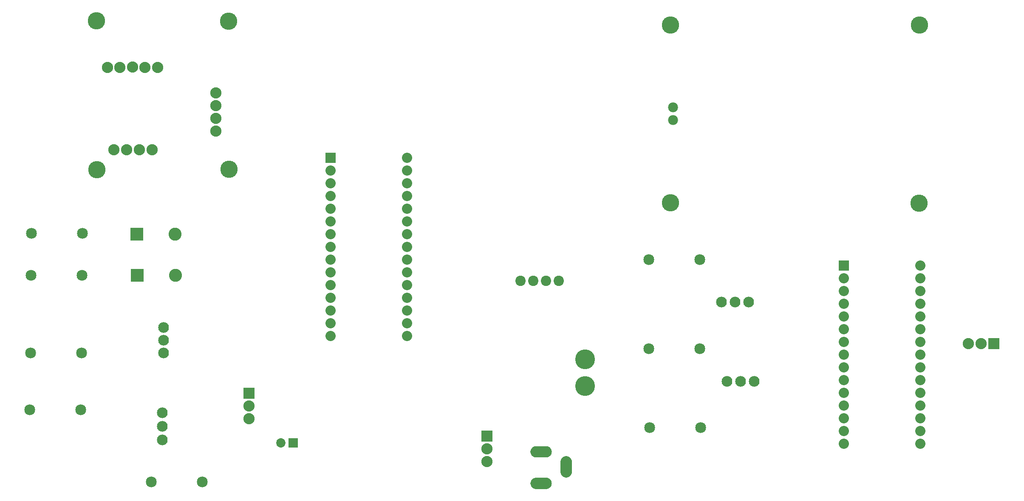
<source format=gbs>
G04 MADE WITH FRITZING*
G04 WWW.FRITZING.ORG*
G04 DOUBLE SIDED*
G04 HOLES PLATED*
G04 CONTOUR ON CENTER OF CONTOUR VECTOR*
%ASAXBY*%
%FSLAX23Y23*%
%MOIN*%
%OFA0B0*%
%SFA1.0B1.0*%
%ADD10C,0.155600*%
%ADD11C,0.088000*%
%ADD12C,0.102000*%
%ADD13C,0.080000*%
%ADD14C,0.085000*%
%ADD15C,0.084000*%
%ADD16C,0.081195*%
%ADD17C,0.077639*%
%ADD18C,0.088740*%
%ADD19C,0.135984*%
%ADD20C,0.072992*%
%ADD21R,0.088000X0.088000*%
%ADD22R,0.102000X0.102000*%
%ADD23R,0.079972X0.080000*%
%ADD24R,0.072992X0.072992*%
%ADD25R,0.001000X0.001000*%
%LNMASK0*%
G90*
G70*
G54D10*
X4538Y953D03*
X4538Y1163D03*
G54D11*
X7747Y1286D03*
X7647Y1286D03*
X7547Y1286D03*
X7747Y1286D03*
X7647Y1286D03*
X7547Y1286D03*
G54D12*
X1025Y1821D03*
X1325Y1821D03*
X1022Y2145D03*
X1322Y2145D03*
G54D13*
X6569Y1899D03*
X6569Y1799D03*
X6569Y1699D03*
X6569Y1599D03*
X6569Y1499D03*
X6569Y1399D03*
X6569Y1299D03*
X6569Y1199D03*
X6569Y1099D03*
X6569Y999D03*
X6569Y899D03*
X6569Y799D03*
X6569Y699D03*
X6569Y599D03*
X6569Y499D03*
X7169Y1899D03*
X7169Y1799D03*
X7169Y1699D03*
X7169Y1599D03*
X7169Y1499D03*
X7169Y1399D03*
X7169Y1299D03*
X7169Y1199D03*
X7169Y1099D03*
X7169Y999D03*
X7169Y899D03*
X7169Y799D03*
X7169Y699D03*
X7169Y599D03*
X7169Y499D03*
X2541Y2745D03*
X2541Y2645D03*
X2541Y2545D03*
X2541Y2445D03*
X2541Y2345D03*
X2541Y2245D03*
X2541Y2145D03*
X2541Y2045D03*
X2541Y1945D03*
X2541Y1845D03*
X2541Y1745D03*
X2541Y1645D03*
X2541Y1545D03*
X2541Y1445D03*
X2541Y1345D03*
X3141Y2745D03*
X3141Y2645D03*
X3141Y2545D03*
X3141Y2445D03*
X3141Y2345D03*
X3141Y2245D03*
X3141Y2145D03*
X3141Y2045D03*
X3141Y1945D03*
X3141Y1845D03*
X3141Y1745D03*
X3141Y1645D03*
X3141Y1545D03*
X3141Y1445D03*
X3141Y1345D03*
G54D14*
X183Y764D03*
X583Y764D03*
X193Y1821D03*
X593Y1821D03*
X196Y2153D03*
X596Y2153D03*
X189Y1212D03*
X589Y1212D03*
X5040Y1247D03*
X5440Y1247D03*
X5045Y626D03*
X5445Y626D03*
X5038Y1944D03*
X5438Y1944D03*
X1136Y199D03*
X1536Y199D03*
G54D15*
X5865Y988D03*
X5758Y988D03*
X5651Y988D03*
X5823Y1611D03*
X5716Y1611D03*
X5609Y1611D03*
X1221Y742D03*
X1221Y635D03*
X1221Y528D03*
X1233Y1411D03*
X1233Y1311D03*
X1233Y1211D03*
G54D11*
X1904Y896D03*
X1904Y796D03*
X1904Y696D03*
X843Y2808D03*
X943Y2808D03*
X1043Y2808D03*
X1143Y2808D03*
X1642Y2957D03*
X1642Y3057D03*
X1642Y3157D03*
X1642Y3257D03*
X791Y3457D03*
X889Y3457D03*
X988Y3458D03*
X1086Y3457D03*
X1185Y3457D03*
X3769Y560D03*
X3769Y460D03*
X3769Y360D03*
G54D16*
X4032Y1778D03*
X4131Y1778D03*
X4231Y1778D03*
X4331Y1778D03*
G54D17*
X5230Y3043D03*
X5230Y3143D03*
G54D18*
X4194Y435D03*
X4194Y187D03*
X4391Y317D03*
G54D19*
X1747Y2654D03*
X708Y2652D03*
X706Y3823D03*
X7161Y3789D03*
X1744Y3819D03*
X5208Y3790D03*
X7158Y2390D03*
X5209Y2392D03*
G54D20*
X2250Y507D03*
X2151Y507D03*
G54D21*
X7747Y1286D03*
X7747Y1286D03*
G54D22*
X1025Y1821D03*
X1022Y2145D03*
G54D23*
X6569Y1899D03*
X2541Y2745D03*
G54D21*
X1904Y896D03*
X3769Y560D03*
G54D24*
X2250Y507D03*
G54D25*
X4149Y479D02*
X4239Y479D01*
X4145Y478D02*
X4244Y478D01*
X4141Y477D02*
X4248Y477D01*
X4138Y476D02*
X4250Y476D01*
X4136Y475D02*
X4252Y475D01*
X4134Y474D02*
X4254Y474D01*
X4133Y473D02*
X4256Y473D01*
X4131Y472D02*
X4258Y472D01*
X4130Y471D02*
X4259Y471D01*
X4128Y470D02*
X4261Y470D01*
X4127Y469D02*
X4262Y469D01*
X4126Y468D02*
X4263Y468D01*
X4125Y467D02*
X4264Y467D01*
X4124Y466D02*
X4265Y466D01*
X4123Y465D02*
X4266Y465D01*
X4122Y464D02*
X4267Y464D01*
X4121Y463D02*
X4268Y463D01*
X4120Y462D02*
X4268Y462D01*
X4120Y461D02*
X4269Y461D01*
X4119Y460D02*
X4270Y460D01*
X4118Y459D02*
X4271Y459D01*
X4118Y458D02*
X4271Y458D01*
X4117Y457D02*
X4272Y457D01*
X4116Y456D02*
X4272Y456D01*
X4116Y455D02*
X4273Y455D01*
X4116Y454D02*
X4273Y454D01*
X4115Y453D02*
X4274Y453D01*
X4115Y452D02*
X4274Y452D01*
X4114Y451D02*
X4275Y451D01*
X4114Y450D02*
X4275Y450D01*
X4113Y449D02*
X4189Y449D01*
X4200Y449D02*
X4275Y449D01*
X4113Y448D02*
X4187Y448D01*
X4202Y448D02*
X4276Y448D01*
X4113Y447D02*
X4185Y447D01*
X4204Y447D02*
X4276Y447D01*
X4113Y446D02*
X4184Y446D01*
X4205Y446D02*
X4276Y446D01*
X4112Y445D02*
X4183Y445D01*
X4206Y445D02*
X4276Y445D01*
X4112Y444D02*
X4182Y444D01*
X4207Y444D02*
X4277Y444D01*
X4112Y443D02*
X4181Y443D01*
X4207Y443D02*
X4277Y443D01*
X4112Y442D02*
X4181Y442D01*
X4208Y442D02*
X4277Y442D01*
X4112Y441D02*
X4180Y441D01*
X4208Y441D02*
X4277Y441D01*
X4111Y440D02*
X4180Y440D01*
X4209Y440D02*
X4277Y440D01*
X4111Y439D02*
X4180Y439D01*
X4209Y439D02*
X4277Y439D01*
X4111Y438D02*
X4179Y438D01*
X4209Y438D02*
X4277Y438D01*
X4111Y437D02*
X4179Y437D01*
X4209Y437D02*
X4278Y437D01*
X4111Y436D02*
X4179Y436D01*
X4209Y436D02*
X4278Y436D01*
X4111Y435D02*
X4179Y435D01*
X4210Y435D02*
X4278Y435D01*
X4111Y434D02*
X4179Y434D01*
X4209Y434D02*
X4278Y434D01*
X4111Y433D02*
X4179Y433D01*
X4209Y433D02*
X4278Y433D01*
X4111Y432D02*
X4180Y432D01*
X4209Y432D02*
X4277Y432D01*
X4111Y431D02*
X4180Y431D01*
X4209Y431D02*
X4277Y431D01*
X4111Y430D02*
X4180Y430D01*
X4209Y430D02*
X4277Y430D01*
X4112Y429D02*
X4180Y429D01*
X4208Y429D02*
X4277Y429D01*
X4112Y428D02*
X4181Y428D01*
X4208Y428D02*
X4277Y428D01*
X4112Y427D02*
X4182Y427D01*
X4207Y427D02*
X4277Y427D01*
X4112Y426D02*
X4182Y426D01*
X4206Y426D02*
X4277Y426D01*
X4112Y425D02*
X4183Y425D01*
X4205Y425D02*
X4276Y425D01*
X4113Y424D02*
X4184Y424D01*
X4204Y424D02*
X4276Y424D01*
X4113Y423D02*
X4186Y423D01*
X4203Y423D02*
X4276Y423D01*
X4113Y422D02*
X4187Y422D01*
X4202Y422D02*
X4276Y422D01*
X4114Y421D02*
X4190Y421D01*
X4199Y421D02*
X4275Y421D01*
X4114Y420D02*
X4275Y420D01*
X4114Y419D02*
X4274Y419D01*
X4115Y418D02*
X4274Y418D01*
X4115Y417D02*
X4274Y417D01*
X4116Y416D02*
X4273Y416D01*
X4116Y415D02*
X4273Y415D01*
X4117Y414D02*
X4272Y414D01*
X4117Y413D02*
X4272Y413D01*
X4118Y412D02*
X4271Y412D01*
X4118Y411D02*
X4270Y411D01*
X4119Y410D02*
X4270Y410D01*
X4120Y409D02*
X4269Y409D01*
X4120Y408D02*
X4268Y408D01*
X4121Y407D02*
X4268Y407D01*
X4122Y406D02*
X4267Y406D01*
X4123Y405D02*
X4266Y405D01*
X4124Y404D02*
X4265Y404D01*
X4125Y403D02*
X4264Y403D01*
X4126Y402D02*
X4263Y402D01*
X4127Y401D02*
X4262Y401D01*
X4129Y400D02*
X4260Y400D01*
X4384Y400D02*
X4399Y400D01*
X4130Y399D02*
X4259Y399D01*
X4380Y399D02*
X4403Y399D01*
X4131Y398D02*
X4257Y398D01*
X4377Y398D02*
X4406Y398D01*
X4133Y397D02*
X4256Y397D01*
X4374Y397D02*
X4408Y397D01*
X4135Y396D02*
X4254Y396D01*
X4372Y396D02*
X4410Y396D01*
X4137Y395D02*
X4252Y395D01*
X4370Y395D02*
X4412Y395D01*
X4139Y394D02*
X4250Y394D01*
X4368Y394D02*
X4414Y394D01*
X4142Y393D02*
X4247Y393D01*
X4367Y393D02*
X4416Y393D01*
X4146Y392D02*
X4243Y392D01*
X4365Y392D02*
X4417Y392D01*
X4151Y391D02*
X4238Y391D01*
X4364Y391D02*
X4418Y391D01*
X4363Y390D02*
X4420Y390D01*
X4362Y389D02*
X4421Y389D01*
X4361Y388D02*
X4422Y388D01*
X4360Y387D02*
X4423Y387D01*
X4359Y386D02*
X4424Y386D01*
X4358Y385D02*
X4425Y385D01*
X4357Y384D02*
X4425Y384D01*
X4356Y383D02*
X4426Y383D01*
X4356Y382D02*
X4427Y382D01*
X4355Y381D02*
X4428Y381D01*
X4354Y380D02*
X4428Y380D01*
X4354Y379D02*
X4429Y379D01*
X4353Y378D02*
X4429Y378D01*
X4353Y377D02*
X4430Y377D01*
X4352Y376D02*
X4430Y376D01*
X4352Y375D02*
X4431Y375D01*
X4351Y374D02*
X4431Y374D01*
X4351Y373D02*
X4432Y373D01*
X4350Y372D02*
X4432Y372D01*
X4350Y371D02*
X4433Y371D01*
X4350Y370D02*
X4433Y370D01*
X4349Y369D02*
X4433Y369D01*
X4349Y368D02*
X4433Y368D01*
X4349Y367D02*
X4434Y367D01*
X4349Y366D02*
X4434Y366D01*
X4348Y365D02*
X4434Y365D01*
X4348Y364D02*
X4434Y364D01*
X4348Y363D02*
X4435Y363D01*
X4348Y362D02*
X4435Y362D01*
X4348Y361D02*
X4435Y361D01*
X4348Y360D02*
X4435Y360D01*
X4348Y359D02*
X4435Y359D01*
X4347Y358D02*
X4435Y358D01*
X4347Y357D02*
X4435Y357D01*
X4347Y356D02*
X4435Y356D01*
X4347Y355D02*
X4435Y355D01*
X4347Y354D02*
X4435Y354D01*
X4347Y353D02*
X4435Y353D01*
X4347Y352D02*
X4435Y352D01*
X4347Y351D02*
X4435Y351D01*
X4347Y350D02*
X4435Y350D01*
X4347Y349D02*
X4435Y349D01*
X4347Y348D02*
X4435Y348D01*
X4347Y347D02*
X4435Y347D01*
X4347Y346D02*
X4435Y346D01*
X4347Y345D02*
X4435Y345D01*
X4347Y344D02*
X4435Y344D01*
X4347Y343D02*
X4435Y343D01*
X4347Y342D02*
X4435Y342D01*
X4347Y341D02*
X4435Y341D01*
X4347Y340D02*
X4435Y340D01*
X4347Y339D02*
X4435Y339D01*
X4347Y338D02*
X4435Y338D01*
X4347Y337D02*
X4435Y337D01*
X4347Y336D02*
X4435Y336D01*
X4347Y335D02*
X4435Y335D01*
X4347Y334D02*
X4435Y334D01*
X4347Y333D02*
X4435Y333D01*
X4347Y332D02*
X4435Y332D01*
X4347Y331D02*
X4386Y331D01*
X4396Y331D02*
X4435Y331D01*
X4347Y330D02*
X4384Y330D01*
X4399Y330D02*
X4435Y330D01*
X4347Y329D02*
X4382Y329D01*
X4400Y329D02*
X4435Y329D01*
X4347Y328D02*
X4381Y328D01*
X4401Y328D02*
X4435Y328D01*
X4347Y327D02*
X4380Y327D01*
X4402Y327D02*
X4435Y327D01*
X4347Y326D02*
X4379Y326D01*
X4403Y326D02*
X4435Y326D01*
X4347Y325D02*
X4378Y325D01*
X4404Y325D02*
X4435Y325D01*
X4347Y324D02*
X4378Y324D01*
X4405Y324D02*
X4435Y324D01*
X4347Y323D02*
X4377Y323D01*
X4405Y323D02*
X4435Y323D01*
X4347Y322D02*
X4377Y322D01*
X4406Y322D02*
X4435Y322D01*
X4347Y321D02*
X4377Y321D01*
X4406Y321D02*
X4435Y321D01*
X4347Y320D02*
X4376Y320D01*
X4406Y320D02*
X4435Y320D01*
X4347Y319D02*
X4376Y319D01*
X4406Y319D02*
X4435Y319D01*
X4347Y318D02*
X4376Y318D01*
X4406Y318D02*
X4435Y318D01*
X4347Y317D02*
X4376Y317D01*
X4406Y317D02*
X4435Y317D01*
X4347Y316D02*
X4376Y316D01*
X4406Y316D02*
X4435Y316D01*
X4347Y315D02*
X4376Y315D01*
X4406Y315D02*
X4435Y315D01*
X4347Y314D02*
X4376Y314D01*
X4406Y314D02*
X4435Y314D01*
X4347Y313D02*
X4377Y313D01*
X4406Y313D02*
X4435Y313D01*
X4347Y312D02*
X4377Y312D01*
X4406Y312D02*
X4435Y312D01*
X4347Y311D02*
X4377Y311D01*
X4405Y311D02*
X4435Y311D01*
X4347Y310D02*
X4378Y310D01*
X4405Y310D02*
X4435Y310D01*
X4347Y309D02*
X4378Y309D01*
X4404Y309D02*
X4435Y309D01*
X4347Y308D02*
X4379Y308D01*
X4403Y308D02*
X4435Y308D01*
X4347Y307D02*
X4380Y307D01*
X4402Y307D02*
X4435Y307D01*
X4347Y306D02*
X4381Y306D01*
X4401Y306D02*
X4435Y306D01*
X4347Y305D02*
X4382Y305D01*
X4400Y305D02*
X4435Y305D01*
X4347Y304D02*
X4384Y304D01*
X4399Y304D02*
X4435Y304D01*
X4347Y303D02*
X4386Y303D01*
X4396Y303D02*
X4435Y303D01*
X4347Y302D02*
X4435Y302D01*
X4347Y301D02*
X4435Y301D01*
X4347Y300D02*
X4435Y300D01*
X4347Y299D02*
X4435Y299D01*
X4347Y298D02*
X4435Y298D01*
X4347Y297D02*
X4435Y297D01*
X4347Y296D02*
X4435Y296D01*
X4347Y295D02*
X4435Y295D01*
X4347Y294D02*
X4435Y294D01*
X4347Y293D02*
X4435Y293D01*
X4347Y292D02*
X4435Y292D01*
X4347Y291D02*
X4435Y291D01*
X4347Y290D02*
X4435Y290D01*
X4347Y289D02*
X4435Y289D01*
X4347Y288D02*
X4435Y288D01*
X4347Y287D02*
X4435Y287D01*
X4347Y286D02*
X4435Y286D01*
X4347Y285D02*
X4435Y285D01*
X4347Y284D02*
X4435Y284D01*
X4347Y283D02*
X4435Y283D01*
X4347Y282D02*
X4435Y282D01*
X4347Y281D02*
X4435Y281D01*
X4347Y280D02*
X4435Y280D01*
X4347Y279D02*
X4435Y279D01*
X4347Y278D02*
X4435Y278D01*
X4347Y277D02*
X4435Y277D01*
X4347Y276D02*
X4435Y276D01*
X4348Y275D02*
X4435Y275D01*
X4348Y274D02*
X4435Y274D01*
X4348Y273D02*
X4435Y273D01*
X4348Y272D02*
X4435Y272D01*
X4348Y271D02*
X4435Y271D01*
X4348Y270D02*
X4434Y270D01*
X4348Y269D02*
X4434Y269D01*
X4349Y268D02*
X4434Y268D01*
X4349Y267D02*
X4434Y267D01*
X4349Y266D02*
X4433Y266D01*
X4349Y265D02*
X4433Y265D01*
X4350Y264D02*
X4433Y264D01*
X4350Y263D02*
X4432Y263D01*
X4350Y262D02*
X4432Y262D01*
X4351Y261D02*
X4432Y261D01*
X4351Y260D02*
X4431Y260D01*
X4352Y259D02*
X4431Y259D01*
X4352Y258D02*
X4430Y258D01*
X4353Y257D02*
X4430Y257D01*
X4353Y256D02*
X4429Y256D01*
X4354Y255D02*
X4429Y255D01*
X4354Y254D02*
X4428Y254D01*
X4355Y253D02*
X4428Y253D01*
X4356Y252D02*
X4427Y252D01*
X4356Y251D02*
X4426Y251D01*
X4357Y250D02*
X4425Y250D01*
X4358Y249D02*
X4425Y249D01*
X4359Y248D02*
X4424Y248D01*
X4360Y247D02*
X4423Y247D01*
X4361Y246D02*
X4422Y246D01*
X4362Y245D02*
X4421Y245D01*
X4363Y244D02*
X4420Y244D01*
X4364Y243D02*
X4418Y243D01*
X4365Y242D02*
X4417Y242D01*
X4367Y241D02*
X4416Y241D01*
X4368Y240D02*
X4414Y240D01*
X4370Y239D02*
X4412Y239D01*
X4372Y238D02*
X4410Y238D01*
X4374Y237D02*
X4408Y237D01*
X4377Y236D02*
X4406Y236D01*
X4380Y235D02*
X4403Y235D01*
X4384Y234D02*
X4398Y234D01*
X4150Y231D02*
X4239Y231D01*
X4145Y230D02*
X4244Y230D01*
X4141Y229D02*
X4248Y229D01*
X4139Y228D02*
X4250Y228D01*
X4136Y227D02*
X4252Y227D01*
X4134Y226D02*
X4254Y226D01*
X4133Y225D02*
X4256Y225D01*
X4131Y224D02*
X4258Y224D01*
X4130Y223D02*
X4259Y223D01*
X4128Y222D02*
X4261Y222D01*
X4127Y221D02*
X4262Y221D01*
X4126Y220D02*
X4263Y220D01*
X4125Y219D02*
X4264Y219D01*
X4124Y218D02*
X4265Y218D01*
X4123Y217D02*
X4266Y217D01*
X4122Y216D02*
X4267Y216D01*
X4121Y215D02*
X4268Y215D01*
X4120Y214D02*
X4268Y214D01*
X4120Y213D02*
X4269Y213D01*
X4119Y212D02*
X4270Y212D01*
X4118Y211D02*
X4271Y211D01*
X4118Y210D02*
X4271Y210D01*
X4117Y209D02*
X4272Y209D01*
X4116Y208D02*
X4272Y208D01*
X4116Y207D02*
X4273Y207D01*
X4116Y206D02*
X4273Y206D01*
X4115Y205D02*
X4274Y205D01*
X4115Y204D02*
X4274Y204D01*
X4114Y203D02*
X4275Y203D01*
X4114Y202D02*
X4275Y202D01*
X4114Y201D02*
X4189Y201D01*
X4200Y201D02*
X4275Y201D01*
X4113Y200D02*
X4187Y200D01*
X4202Y200D02*
X4276Y200D01*
X4113Y199D02*
X4185Y199D01*
X4203Y199D02*
X4276Y199D01*
X4113Y198D02*
X4184Y198D01*
X4205Y198D02*
X4276Y198D01*
X4112Y197D02*
X4183Y197D01*
X4206Y197D02*
X4276Y197D01*
X4112Y196D02*
X4182Y196D01*
X4207Y196D02*
X4277Y196D01*
X4112Y195D02*
X4181Y195D01*
X4207Y195D02*
X4277Y195D01*
X4112Y194D02*
X4181Y194D01*
X4208Y194D02*
X4277Y194D01*
X4112Y193D02*
X4180Y193D01*
X4208Y193D02*
X4277Y193D01*
X4111Y192D02*
X4180Y192D01*
X4209Y192D02*
X4277Y192D01*
X4111Y191D02*
X4180Y191D01*
X4209Y191D02*
X4277Y191D01*
X4111Y190D02*
X4179Y190D01*
X4209Y190D02*
X4277Y190D01*
X4111Y189D02*
X4179Y189D01*
X4209Y189D02*
X4278Y189D01*
X4111Y188D02*
X4179Y188D01*
X4209Y188D02*
X4278Y188D01*
X4111Y187D02*
X4179Y187D01*
X4210Y187D02*
X4278Y187D01*
X4111Y186D02*
X4179Y186D01*
X4209Y186D02*
X4278Y186D01*
X4111Y185D02*
X4179Y185D01*
X4209Y185D02*
X4278Y185D01*
X4111Y184D02*
X4180Y184D01*
X4209Y184D02*
X4277Y184D01*
X4111Y183D02*
X4180Y183D01*
X4209Y183D02*
X4277Y183D01*
X4111Y182D02*
X4180Y182D01*
X4209Y182D02*
X4277Y182D01*
X4112Y181D02*
X4180Y181D01*
X4208Y181D02*
X4277Y181D01*
X4112Y180D02*
X4181Y180D01*
X4208Y180D02*
X4277Y180D01*
X4112Y179D02*
X4182Y179D01*
X4207Y179D02*
X4277Y179D01*
X4112Y178D02*
X4182Y178D01*
X4206Y178D02*
X4277Y178D01*
X4112Y177D02*
X4183Y177D01*
X4205Y177D02*
X4276Y177D01*
X4113Y176D02*
X4184Y176D01*
X4204Y176D02*
X4276Y176D01*
X4113Y175D02*
X4186Y175D01*
X4203Y175D02*
X4276Y175D01*
X4113Y174D02*
X4187Y174D01*
X4202Y174D02*
X4276Y174D01*
X4114Y173D02*
X4190Y173D01*
X4199Y173D02*
X4275Y173D01*
X4114Y172D02*
X4275Y172D01*
X4114Y171D02*
X4274Y171D01*
X4115Y170D02*
X4274Y170D01*
X4115Y169D02*
X4274Y169D01*
X4116Y168D02*
X4273Y168D01*
X4116Y167D02*
X4273Y167D01*
X4117Y166D02*
X4272Y166D01*
X4117Y165D02*
X4272Y165D01*
X4118Y164D02*
X4271Y164D01*
X4118Y163D02*
X4270Y163D01*
X4119Y162D02*
X4270Y162D01*
X4120Y161D02*
X4269Y161D01*
X4120Y160D02*
X4268Y160D01*
X4121Y159D02*
X4268Y159D01*
X4122Y158D02*
X4267Y158D01*
X4123Y157D02*
X4266Y157D01*
X4124Y156D02*
X4265Y156D01*
X4125Y155D02*
X4264Y155D01*
X4126Y154D02*
X4263Y154D01*
X4127Y153D02*
X4262Y153D01*
X4128Y152D02*
X4260Y152D01*
X4130Y151D02*
X4259Y151D01*
X4131Y150D02*
X4257Y150D01*
X4133Y149D02*
X4256Y149D01*
X4135Y148D02*
X4254Y148D01*
X4137Y147D02*
X4252Y147D01*
X4139Y146D02*
X4250Y146D01*
X4142Y145D02*
X4247Y145D01*
X4145Y144D02*
X4243Y144D01*
X4151Y143D02*
X4238Y143D01*
D02*
G04 End of Mask0*
M02*
</source>
